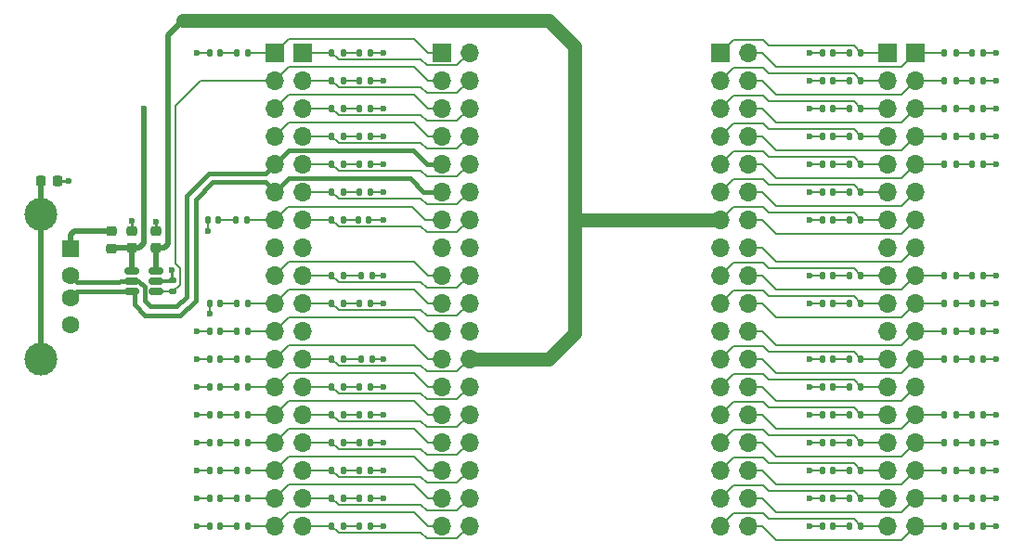
<source format=gbr>
%TF.GenerationSoftware,KiCad,Pcbnew,9.0.0+dfsg-1*%
%TF.CreationDate,2025-04-08T21:11:35-05:00*%
%TF.ProjectId,pocket-bob,706f636b-6574-42d6-926f-622e6b696361,rev?*%
%TF.SameCoordinates,Original*%
%TF.FileFunction,Copper,L1,Top*%
%TF.FilePolarity,Positive*%
%FSLAX46Y46*%
G04 Gerber Fmt 4.6, Leading zero omitted, Abs format (unit mm)*
G04 Created by KiCad (PCBNEW 9.0.0+dfsg-1) date 2025-04-08 21:11:35*
%MOMM*%
%LPD*%
G01*
G04 APERTURE LIST*
G04 Aperture macros list*
%AMRoundRect*
0 Rectangle with rounded corners*
0 $1 Rounding radius*
0 $2 $3 $4 $5 $6 $7 $8 $9 X,Y pos of 4 corners*
0 Add a 4 corners polygon primitive as box body*
4,1,4,$2,$3,$4,$5,$6,$7,$8,$9,$2,$3,0*
0 Add four circle primitives for the rounded corners*
1,1,$1+$1,$2,$3*
1,1,$1+$1,$4,$5*
1,1,$1+$1,$6,$7*
1,1,$1+$1,$8,$9*
0 Add four rect primitives between the rounded corners*
20,1,$1+$1,$2,$3,$4,$5,0*
20,1,$1+$1,$4,$5,$6,$7,0*
20,1,$1+$1,$6,$7,$8,$9,0*
20,1,$1+$1,$8,$9,$2,$3,0*%
G04 Aperture macros list end*
%TA.AperFunction,SMDPad,CuDef*%
%ADD10RoundRect,0.135000X-0.135000X-0.185000X0.135000X-0.185000X0.135000X0.185000X-0.135000X0.185000X0*%
%TD*%
%TA.AperFunction,SMDPad,CuDef*%
%ADD11RoundRect,0.147500X0.147500X0.172500X-0.147500X0.172500X-0.147500X-0.172500X0.147500X-0.172500X0*%
%TD*%
%TA.AperFunction,SMDPad,CuDef*%
%ADD12RoundRect,0.147500X-0.147500X-0.172500X0.147500X-0.172500X0.147500X0.172500X-0.147500X0.172500X0*%
%TD*%
%TA.AperFunction,SMDPad,CuDef*%
%ADD13RoundRect,0.218750X-0.218750X-0.256250X0.218750X-0.256250X0.218750X0.256250X-0.218750X0.256250X0*%
%TD*%
%TA.AperFunction,SMDPad,CuDef*%
%ADD14RoundRect,0.135000X0.135000X0.185000X-0.135000X0.185000X-0.135000X-0.185000X0.135000X-0.185000X0*%
%TD*%
%TA.AperFunction,ComponentPad*%
%ADD15R,1.700000X1.700000*%
%TD*%
%TA.AperFunction,ComponentPad*%
%ADD16O,1.700000X1.700000*%
%TD*%
%TA.AperFunction,SMDPad,CuDef*%
%ADD17RoundRect,0.135000X-0.185000X0.135000X-0.185000X-0.135000X0.185000X-0.135000X0.185000X0.135000X0*%
%TD*%
%TA.AperFunction,ComponentPad*%
%ADD18R,1.500000X1.600000*%
%TD*%
%TA.AperFunction,ComponentPad*%
%ADD19C,1.600000*%
%TD*%
%TA.AperFunction,ComponentPad*%
%ADD20C,3.000000*%
%TD*%
%TA.AperFunction,SMDPad,CuDef*%
%ADD21RoundRect,0.150000X0.512500X0.150000X-0.512500X0.150000X-0.512500X-0.150000X0.512500X-0.150000X0*%
%TD*%
%TA.AperFunction,SMDPad,CuDef*%
%ADD22RoundRect,0.218750X0.256250X-0.218750X0.256250X0.218750X-0.256250X0.218750X-0.256250X-0.218750X0*%
%TD*%
%TA.AperFunction,SMDPad,CuDef*%
%ADD23RoundRect,0.225000X0.250000X-0.225000X0.250000X0.225000X-0.250000X0.225000X-0.250000X-0.225000X0*%
%TD*%
%TA.AperFunction,ViaPad*%
%ADD24C,0.600000*%
%TD*%
%TA.AperFunction,Conductor*%
%ADD25C,0.200000*%
%TD*%
%TA.AperFunction,Conductor*%
%ADD26C,0.508000*%
%TD*%
%TA.AperFunction,Conductor*%
%ADD27C,1.270000*%
%TD*%
%TA.AperFunction,Conductor*%
%ADD28C,0.406400*%
%TD*%
%TA.AperFunction,Conductor*%
%ADD29C,0.254000*%
%TD*%
G04 APERTURE END LIST*
D10*
%TO.P,R24,1*%
%TO.N,Net-(D24-A)*%
X118485000Y-81280000D03*
%TO.P,R24,2*%
%TO.N,/P2_11*%
X119505000Y-81280000D03*
%TD*%
%TO.P,R11,1*%
%TO.N,Net-(D11-A)*%
X62605000Y-93980000D03*
%TO.P,R11,2*%
%TO.N,/P1_21*%
X63625000Y-93980000D03*
%TD*%
%TO.P,R14,1*%
%TO.N,Net-(D14-A)*%
X62605000Y-101600000D03*
%TO.P,R14,2*%
%TO.N,/P1_27*%
X63625000Y-101600000D03*
%TD*%
D11*
%TO.P,D68,1,K*%
%TO.N,GND*%
X130635000Y-101600000D03*
%TO.P,D68,2,A*%
%TO.N,Net-(D68-A)*%
X129665000Y-101600000D03*
%TD*%
%TO.P,D56,1,K*%
%TO.N,GND*%
X130635000Y-71120000D03*
%TO.P,D56,2,A*%
%TO.N,Net-(D56-A)*%
X129665000Y-71120000D03*
%TD*%
D10*
%TO.P,R35,1*%
%TO.N,Net-(D35-A)*%
X118485000Y-109220000D03*
%TO.P,R35,2*%
%TO.N,/P2_33*%
X119505000Y-109220000D03*
%TD*%
D12*
%TO.P,D33,1,K*%
%TO.N,GND*%
X115995000Y-104140000D03*
%TO.P,D33,2,A*%
%TO.N,Net-(D33-A)*%
X116965000Y-104140000D03*
%TD*%
D13*
%TO.P,FB1,1*%
%TO.N,Net-(J7-Shield)*%
X44678500Y-80264000D03*
%TO.P,FB1,2*%
%TO.N,GND*%
X46253500Y-80264000D03*
%TD*%
D14*
%TO.P,R51,1*%
%TO.N,Net-(D51-A)*%
X72265000Y-104140000D03*
%TO.P,R51,2*%
%TO.N,/P1_30*%
X71245000Y-104140000D03*
%TD*%
D12*
%TO.P,D16,1,K*%
%TO.N,GND*%
X60115000Y-106680000D03*
%TO.P,D16,2,A*%
%TO.N,Net-(D16-A)*%
X61085000Y-106680000D03*
%TD*%
%TO.P,D12,1,K*%
%TO.N,GND*%
X60115000Y-96520000D03*
%TO.P,D12,2,A*%
%TO.N,Net-(D12-A)*%
X61085000Y-96520000D03*
%TD*%
D15*
%TO.P,J6,1,Pin_1*%
%TO.N,/VIN*%
X66040000Y-68580000D03*
D16*
%TO.P,J6,2,Pin_2*%
%TO.N,/USB1_DRVVBUS*%
X66040000Y-71120000D03*
%TO.P,J6,3,Pin_3*%
%TO.N,/USB1_VBUS*%
X66040000Y-73660000D03*
%TO.P,J6,4,Pin_4*%
%TO.N,/VIN_USB*%
X66040000Y-76200000D03*
%TO.P,J6,5,Pin_5*%
%TO.N,/USB1_D-*%
X66040000Y-78740000D03*
%TO.P,J6,6,Pin_6*%
%TO.N,/USB1_D+*%
X66040000Y-81280000D03*
%TO.P,J6,7,Pin_7*%
%TO.N,/P1_13*%
X66040000Y-83820000D03*
%TO.P,J6,8,Pin_8*%
%TO.N,GND*%
X66040000Y-86360000D03*
%TO.P,J6,9,Pin_9*%
%TO.N,/AGND*%
X66040000Y-88900000D03*
%TO.P,J6,10,Pin_10*%
%TO.N,/P1_19*%
X66040000Y-91440000D03*
%TO.P,J6,11,Pin_11*%
%TO.N,/P1_21*%
X66040000Y-93980000D03*
%TO.P,J6,12,Pin_12*%
%TO.N,/P1_23*%
X66040000Y-96520000D03*
%TO.P,J6,13,Pin_13*%
%TO.N,/P1_25*%
X66040000Y-99060000D03*
%TO.P,J6,14,Pin_14*%
%TO.N,/P1_27*%
X66040000Y-101600000D03*
%TO.P,J6,15,Pin_15*%
%TO.N,/P1_29*%
X66040000Y-104140000D03*
%TO.P,J6,16,Pin_16*%
%TO.N,/P1_31*%
X66040000Y-106680000D03*
%TO.P,J6,17,Pin_17*%
%TO.N,/P1_33*%
X66040000Y-109220000D03*
%TO.P,J6,18,Pin_18*%
%TO.N,/P1_35*%
X66040000Y-111760000D03*
%TD*%
D11*
%TO.P,D58,1,K*%
%TO.N,GND*%
X130635000Y-76200000D03*
%TO.P,D58,2,A*%
%TO.N,Net-(D58-A)*%
X129665000Y-76200000D03*
%TD*%
D10*
%TO.P,R18,1*%
%TO.N,Net-(D18-A)*%
X62605000Y-111760000D03*
%TO.P,R18,2*%
%TO.N,/P1_35*%
X63625000Y-111760000D03*
%TD*%
D17*
%TO.P,R3,1*%
%TO.N,GND*%
X56743600Y-89357200D03*
%TO.P,R3,2*%
%TO.N,/USB1_DRVVBUS*%
X56743600Y-90377200D03*
%TD*%
D14*
%TO.P,R58,1*%
%TO.N,Net-(D58-A)*%
X128145000Y-76200000D03*
%TO.P,R58,2*%
%TO.N,/P2_8*%
X127125000Y-76200000D03*
%TD*%
D10*
%TO.P,R15,1*%
%TO.N,Net-(D15-A)*%
X62605000Y-104140000D03*
%TO.P,R15,2*%
%TO.N,/P1_29*%
X63625000Y-104140000D03*
%TD*%
%TO.P,R25,1*%
%TO.N,Net-(D25-A)*%
X118485000Y-83820000D03*
%TO.P,R25,2*%
%TO.N,/VOUT*%
X119505000Y-83820000D03*
%TD*%
%TO.P,R13,1*%
%TO.N,Net-(D13-A)*%
X62605000Y-99060000D03*
%TO.P,R13,2*%
%TO.N,/P1_25*%
X63625000Y-99060000D03*
%TD*%
D14*
%TO.P,R70,1*%
%TO.N,Net-(D70-A)*%
X128145000Y-106680000D03*
%TO.P,R70,2*%
%TO.N,/P2_32*%
X127125000Y-106680000D03*
%TD*%
D10*
%TO.P,R20,1*%
%TO.N,Net-(D20-A)*%
X118485000Y-71120000D03*
%TO.P,R20,2*%
%TO.N,/P2_3*%
X119505000Y-71120000D03*
%TD*%
D12*
%TO.P,D22,1,K*%
%TO.N,GND*%
X115995000Y-76200000D03*
%TO.P,D22,2,A*%
%TO.N,Net-(D22-A)*%
X116965000Y-76200000D03*
%TD*%
D11*
%TO.P,D65,1,K*%
%TO.N,GND*%
X130635000Y-93980000D03*
%TO.P,D65,2,A*%
%TO.N,Net-(D65-A)*%
X129665000Y-93980000D03*
%TD*%
D14*
%TO.P,R65,1*%
%TO.N,Net-(D65-A)*%
X128145000Y-93980000D03*
%TO.P,R65,2*%
%TO.N,/P2_22*%
X127125000Y-93980000D03*
%TD*%
D12*
%TO.P,D19,1,K*%
%TO.N,GND*%
X115995000Y-68580000D03*
%TO.P,D19,2,A*%
%TO.N,Net-(D19-A)*%
X116965000Y-68580000D03*
%TD*%
D10*
%TO.P,R17,1*%
%TO.N,Net-(D17-A)*%
X62605000Y-109220000D03*
%TO.P,R17,2*%
%TO.N,/P1_33*%
X63625000Y-109220000D03*
%TD*%
D14*
%TO.P,R57,1*%
%TO.N,Net-(D57-A)*%
X128145000Y-73660000D03*
%TO.P,R57,2*%
%TO.N,/P2_6*%
X127125000Y-73660000D03*
%TD*%
%TO.P,R68,1*%
%TO.N,Net-(D68-A)*%
X128145000Y-101600000D03*
%TO.P,R68,2*%
%TO.N,/P2_28*%
X127125000Y-101600000D03*
%TD*%
D11*
%TO.P,D59,1,K*%
%TO.N,GND*%
X130635000Y-78740000D03*
%TO.P,D59,2,A*%
%TO.N,Net-(D59-A)*%
X129665000Y-78740000D03*
%TD*%
D15*
%TO.P,J3,1,Pin_1*%
%TO.N,/P2_2*%
X124460000Y-68580000D03*
D16*
%TO.P,J3,2,Pin_2*%
%TO.N,/P2_4*%
X124460000Y-71120000D03*
%TO.P,J3,3,Pin_3*%
%TO.N,/P2_6*%
X124460000Y-73660000D03*
%TO.P,J3,4,Pin_4*%
%TO.N,/P2_8*%
X124460000Y-76200000D03*
%TO.P,J3,5,Pin_5*%
%TO.N,/P2_10*%
X124460000Y-78740000D03*
%TO.P,J3,6,Pin_6*%
%TO.N,/PWR_BTN*%
X124460000Y-81280000D03*
%TO.P,J3,7,Pin_7*%
%TO.N,/VIN_BAT*%
X124460000Y-83820000D03*
%TO.P,J3,8,Pin_8*%
%TO.N,/BAT_TEMP*%
X124460000Y-86360000D03*
%TO.P,J3,9,Pin_9*%
%TO.N,/P2_18*%
X124460000Y-88900000D03*
%TO.P,J3,10,Pin_10*%
%TO.N,/P2_20*%
X124460000Y-91440000D03*
%TO.P,J3,11,Pin_11*%
%TO.N,/P2_22*%
X124460000Y-93980000D03*
%TO.P,J3,12,Pin_12*%
%TO.N,/P2_24*%
X124460000Y-96520000D03*
%TO.P,J3,13,Pin_13*%
%TO.N,/RESETn*%
X124460000Y-99060000D03*
%TO.P,J3,14,Pin_14*%
%TO.N,/P2_28*%
X124460000Y-101600000D03*
%TO.P,J3,15,Pin_15*%
%TO.N,/P2_30*%
X124460000Y-104140000D03*
%TO.P,J3,16,Pin_16*%
%TO.N,/P2_32*%
X124460000Y-106680000D03*
%TO.P,J3,17,Pin_17*%
%TO.N,/P2_34*%
X124460000Y-109220000D03*
%TO.P,J3,18,Pin_18*%
%TO.N,/P2_36*%
X124460000Y-111760000D03*
%TD*%
D11*
%TO.P,D42,1,K*%
%TO.N,GND*%
X74755000Y-81280000D03*
%TO.P,D42,2,A*%
%TO.N,Net-(D42-A)*%
X73785000Y-81280000D03*
%TD*%
D10*
%TO.P,R2,1*%
%TO.N,Net-(D2-A)*%
X62480000Y-83820000D03*
%TO.P,R2,2*%
%TO.N,/P1_13*%
X63500000Y-83820000D03*
%TD*%
D11*
%TO.P,D63,1,K*%
%TO.N,GND*%
X130635000Y-88900000D03*
%TO.P,D63,2,A*%
%TO.N,Net-(D63-A)*%
X129665000Y-88900000D03*
%TD*%
D12*
%TO.P,D27,1,K*%
%TO.N,GND*%
X115995000Y-88900000D03*
%TO.P,D27,2,A*%
%TO.N,Net-(D27-A)*%
X116965000Y-88900000D03*
%TD*%
D11*
%TO.P,D51,1,K*%
%TO.N,GND*%
X74755000Y-104140000D03*
%TO.P,D51,2,A*%
%TO.N,Net-(D51-A)*%
X73785000Y-104140000D03*
%TD*%
D10*
%TO.P,R1,1*%
%TO.N,Net-(D1-A)*%
X62605000Y-68580000D03*
%TO.P,R1,2*%
%TO.N,/VIN*%
X63625000Y-68580000D03*
%TD*%
D12*
%TO.P,D21,1,K*%
%TO.N,GND*%
X115995000Y-73660000D03*
%TO.P,D21,2,A*%
%TO.N,Net-(D21-A)*%
X116965000Y-73660000D03*
%TD*%
%TO.P,D31,1,K*%
%TO.N,GND*%
X115995000Y-99060000D03*
%TO.P,D31,2,A*%
%TO.N,Net-(D31-A)*%
X116965000Y-99060000D03*
%TD*%
D18*
%TO.P,J7,1,VBUS*%
%TO.N,Net-(J7-VBUS)*%
X47414000Y-86450000D03*
D19*
%TO.P,J7,2,D-*%
%TO.N,/USB1_D-*%
X47414000Y-88950000D03*
%TO.P,J7,3,D+*%
%TO.N,/USB1_D+*%
X47414000Y-90950000D03*
%TO.P,J7,4,GND*%
%TO.N,GND*%
X47414000Y-93450000D03*
D20*
%TO.P,J7,5,Shield*%
%TO.N,Net-(J7-Shield)*%
X44704000Y-83380000D03*
X44704000Y-96520000D03*
%TD*%
D12*
%TO.P,D13,1,K*%
%TO.N,GND*%
X60115000Y-99060000D03*
%TO.P,D13,2,A*%
%TO.N,Net-(D13-A)*%
X61085000Y-99060000D03*
%TD*%
D11*
%TO.P,D53,1,K*%
%TO.N,GND*%
X74755000Y-109220000D03*
%TO.P,D53,2,A*%
%TO.N,Net-(D53-A)*%
X73785000Y-109220000D03*
%TD*%
%TO.P,D45,1,K*%
%TO.N,GND*%
X74905000Y-88900000D03*
%TO.P,D45,2,A*%
%TO.N,Net-(D45-A)*%
X73935000Y-88900000D03*
%TD*%
D12*
%TO.P,D25,1,K*%
%TO.N,GND*%
X115995000Y-83820000D03*
%TO.P,D25,2,A*%
%TO.N,Net-(D25-A)*%
X116965000Y-83820000D03*
%TD*%
D10*
%TO.P,R19,1*%
%TO.N,Net-(D19-A)*%
X118485000Y-68580000D03*
%TO.P,R19,2*%
%TO.N,/P2_1*%
X119505000Y-68580000D03*
%TD*%
D14*
%TO.P,R52,1*%
%TO.N,Net-(D52-A)*%
X72265000Y-106680000D03*
%TO.P,R52,2*%
%TO.N,/P1_32*%
X71245000Y-106680000D03*
%TD*%
%TO.P,R42,1*%
%TO.N,Net-(D42-A)*%
X72265000Y-81280000D03*
%TO.P,R42,2*%
%TO.N,/P1_12*%
X71245000Y-81280000D03*
%TD*%
D11*
%TO.P,D46,1,K*%
%TO.N,GND*%
X74755000Y-91440000D03*
%TO.P,D46,2,A*%
%TO.N,Net-(D46-A)*%
X73785000Y-91440000D03*
%TD*%
D12*
%TO.P,D34,1,K*%
%TO.N,GND*%
X115995000Y-106680000D03*
%TO.P,D34,2,A*%
%TO.N,Net-(D34-A)*%
X116965000Y-106680000D03*
%TD*%
D11*
%TO.P,D49,1,K*%
%TO.N,GND*%
X74755000Y-99060000D03*
%TO.P,D49,2,A*%
%TO.N,Net-(D49-A)*%
X73785000Y-99060000D03*
%TD*%
D14*
%TO.P,R43,1*%
%TO.N,Net-(D43-A)*%
X72265000Y-83820000D03*
%TO.P,R43,2*%
%TO.N,/3P3V*%
X71245000Y-83820000D03*
%TD*%
%TO.P,R72,1*%
%TO.N,Net-(D72-A)*%
X128145000Y-111760000D03*
%TO.P,R72,2*%
%TO.N,/P2_36*%
X127125000Y-111760000D03*
%TD*%
D12*
%TO.P,D36,1,K*%
%TO.N,GND*%
X115995000Y-111760000D03*
%TO.P,D36,2,A*%
%TO.N,Net-(D36-A)*%
X116965000Y-111760000D03*
%TD*%
D14*
%TO.P,R59,1*%
%TO.N,Net-(D59-A)*%
X128145000Y-78740000D03*
%TO.P,R59,2*%
%TO.N,/P2_10*%
X127125000Y-78740000D03*
%TD*%
D12*
%TO.P,D18,1,K*%
%TO.N,GND*%
X60115000Y-111760000D03*
%TO.P,D18,2,A*%
%TO.N,Net-(D18-A)*%
X61085000Y-111760000D03*
%TD*%
D10*
%TO.P,R23,1*%
%TO.N,Net-(D23-A)*%
X118485000Y-78740000D03*
%TO.P,R23,2*%
%TO.N,/P2_9*%
X119505000Y-78740000D03*
%TD*%
D14*
%TO.P,R56,1*%
%TO.N,Net-(D56-A)*%
X128145000Y-71120000D03*
%TO.P,R56,2*%
%TO.N,/P2_4*%
X127125000Y-71120000D03*
%TD*%
%TO.P,R38,1*%
%TO.N,Net-(D38-A)*%
X72265000Y-71120000D03*
%TO.P,R38,2*%
%TO.N,/P1_4*%
X71245000Y-71120000D03*
%TD*%
D11*
%TO.P,D54,1,K*%
%TO.N,GND*%
X74755000Y-111760000D03*
%TO.P,D54,2,A*%
%TO.N,Net-(D54-A)*%
X73785000Y-111760000D03*
%TD*%
%TO.P,D66,1,K*%
%TO.N,GND*%
X130635000Y-96520000D03*
%TO.P,D66,2,A*%
%TO.N,Net-(D66-A)*%
X129665000Y-96520000D03*
%TD*%
D10*
%TO.P,R10,1*%
%TO.N,Net-(D10-A)*%
X62605000Y-91440000D03*
%TO.P,R10,2*%
%TO.N,/P1_19*%
X63625000Y-91440000D03*
%TD*%
D14*
%TO.P,R71,1*%
%TO.N,Net-(D71-A)*%
X128145000Y-109220000D03*
%TO.P,R71,2*%
%TO.N,/P2_34*%
X127125000Y-109220000D03*
%TD*%
D12*
%TO.P,D20,1,K*%
%TO.N,GND*%
X115995000Y-71120000D03*
%TO.P,D20,2,A*%
%TO.N,Net-(D20-A)*%
X116965000Y-71120000D03*
%TD*%
D14*
%TO.P,R54,1*%
%TO.N,Net-(D54-A)*%
X72265000Y-111760000D03*
%TO.P,R54,2*%
%TO.N,/P1_36*%
X71245000Y-111760000D03*
%TD*%
%TO.P,R63,1*%
%TO.N,Net-(D63-A)*%
X128145000Y-88900000D03*
%TO.P,R63,2*%
%TO.N,/P2_18*%
X127125000Y-88900000D03*
%TD*%
D11*
%TO.P,D48,1,K*%
%TO.N,GND*%
X74905000Y-96520000D03*
%TO.P,D48,2,A*%
%TO.N,Net-(D48-A)*%
X73935000Y-96520000D03*
%TD*%
%TO.P,D71,1,K*%
%TO.N,GND*%
X130635000Y-109220000D03*
%TO.P,D71,2,A*%
%TO.N,Net-(D71-A)*%
X129665000Y-109220000D03*
%TD*%
%TO.P,D50,1,K*%
%TO.N,GND*%
X74755000Y-101600000D03*
%TO.P,D50,2,A*%
%TO.N,Net-(D50-A)*%
X73785000Y-101600000D03*
%TD*%
%TO.P,D37,1,K*%
%TO.N,GND*%
X74755000Y-68580000D03*
%TO.P,D37,2,A*%
%TO.N,Net-(D37-A)*%
X73785000Y-68580000D03*
%TD*%
D12*
%TO.P,D28,1,K*%
%TO.N,GND*%
X115995000Y-91440000D03*
%TO.P,D28,2,A*%
%TO.N,Net-(D28-A)*%
X116965000Y-91440000D03*
%TD*%
%TO.P,D1,1,K*%
%TO.N,GND*%
X60115000Y-68580000D03*
%TO.P,D1,2,A*%
%TO.N,Net-(D1-A)*%
X61085000Y-68580000D03*
%TD*%
D10*
%TO.P,R12,1*%
%TO.N,Net-(D12-A)*%
X62605000Y-96520000D03*
%TO.P,R12,2*%
%TO.N,/P1_23*%
X63625000Y-96520000D03*
%TD*%
D12*
%TO.P,D15,1,K*%
%TO.N,GND*%
X60115000Y-104140000D03*
%TO.P,D15,2,A*%
%TO.N,Net-(D15-A)*%
X61085000Y-104140000D03*
%TD*%
D11*
%TO.P,D69,1,K*%
%TO.N,GND*%
X130635000Y-104140000D03*
%TO.P,D69,2,A*%
%TO.N,Net-(D69-A)*%
X129665000Y-104140000D03*
%TD*%
D10*
%TO.P,R36,1*%
%TO.N,Net-(D36-A)*%
X118485000Y-111760000D03*
%TO.P,R36,2*%
%TO.N,/P2_35*%
X119505000Y-111760000D03*
%TD*%
D12*
%TO.P,D14,1,K*%
%TO.N,GND*%
X60115000Y-101600000D03*
%TO.P,D14,2,A*%
%TO.N,Net-(D14-A)*%
X61085000Y-101600000D03*
%TD*%
D14*
%TO.P,R41,1*%
%TO.N,Net-(D41-A)*%
X72265000Y-78740000D03*
%TO.P,R41,2*%
%TO.N,/P1_10*%
X71245000Y-78740000D03*
%TD*%
D11*
%TO.P,D40,1,K*%
%TO.N,GND*%
X74755000Y-76200000D03*
%TO.P,D40,2,A*%
%TO.N,Net-(D40-A)*%
X73785000Y-76200000D03*
%TD*%
D15*
%TO.P,J5,1,Pin_1*%
%TO.N,/P1_2*%
X68580000Y-68580000D03*
D16*
%TO.P,J5,2,Pin_2*%
%TO.N,/P1_4*%
X68580000Y-71120000D03*
%TO.P,J5,3,Pin_3*%
%TO.N,/P1_6*%
X68580000Y-73660000D03*
%TO.P,J5,4,Pin_4*%
%TO.N,/P1_8*%
X68580000Y-76200000D03*
%TO.P,J5,5,Pin_5*%
%TO.N,/P1_10*%
X68580000Y-78740000D03*
%TO.P,J5,6,Pin_6*%
%TO.N,/P1_12*%
X68580000Y-81280000D03*
%TO.P,J5,7,Pin_7*%
%TO.N,/3P3V*%
X68580000Y-83820000D03*
%TO.P,J5,8,Pin_8*%
%TO.N,GND*%
X68580000Y-86360000D03*
%TO.P,J5,9,Pin_9*%
%TO.N,/ADC_VREF*%
X68580000Y-88900000D03*
%TO.P,J5,10,Pin_10*%
%TO.N,/P1_20*%
X68580000Y-91440000D03*
%TO.P,J5,11,Pin_11*%
%TO.N,GND*%
X68580000Y-93980000D03*
%TO.P,J5,12,Pin_12*%
%TO.N,/VOUT*%
X68580000Y-96520000D03*
%TO.P,J5,13,Pin_13*%
%TO.N,/P1_26*%
X68580000Y-99060000D03*
%TO.P,J5,14,Pin_14*%
%TO.N,/P1_28*%
X68580000Y-101600000D03*
%TO.P,J5,15,Pin_15*%
%TO.N,/P1_30*%
X68580000Y-104140000D03*
%TO.P,J5,16,Pin_16*%
%TO.N,/P1_32*%
X68580000Y-106680000D03*
%TO.P,J5,17,Pin_17*%
%TO.N,/P1_34*%
X68580000Y-109220000D03*
%TO.P,J5,18,Pin_18*%
%TO.N,/P1_36*%
X68580000Y-111760000D03*
%TD*%
D14*
%TO.P,R37,1*%
%TO.N,Net-(D37-A)*%
X72265000Y-68580000D03*
%TO.P,R37,2*%
%TO.N,/P1_2*%
X71245000Y-68580000D03*
%TD*%
%TO.P,R39,1*%
%TO.N,Net-(D39-A)*%
X72265000Y-73660000D03*
%TO.P,R39,2*%
%TO.N,/P1_6*%
X71245000Y-73660000D03*
%TD*%
%TO.P,R53,1*%
%TO.N,Net-(D53-A)*%
X72265000Y-109220000D03*
%TO.P,R53,2*%
%TO.N,/P1_34*%
X71245000Y-109220000D03*
%TD*%
D12*
%TO.P,D11,1,K*%
%TO.N,GND*%
X60115000Y-93980000D03*
%TO.P,D11,2,A*%
%TO.N,Net-(D11-A)*%
X61085000Y-93980000D03*
%TD*%
D10*
%TO.P,R34,1*%
%TO.N,Net-(D34-A)*%
X118485000Y-106680000D03*
%TO.P,R34,2*%
%TO.N,/P2_31*%
X119505000Y-106680000D03*
%TD*%
D11*
%TO.P,D43,1,K*%
%TO.N,GND*%
X74630000Y-83820000D03*
%TO.P,D43,2,A*%
%TO.N,Net-(D43-A)*%
X73660000Y-83820000D03*
%TD*%
D14*
%TO.P,R49,1*%
%TO.N,Net-(D49-A)*%
X72265000Y-99060000D03*
%TO.P,R49,2*%
%TO.N,/P1_26*%
X71245000Y-99060000D03*
%TD*%
D10*
%TO.P,R22,1*%
%TO.N,Net-(D22-A)*%
X118485000Y-76200000D03*
%TO.P,R22,2*%
%TO.N,/UART_TX*%
X119505000Y-76200000D03*
%TD*%
D14*
%TO.P,R55,1*%
%TO.N,Net-(D55-A)*%
X128145000Y-68580000D03*
%TO.P,R55,2*%
%TO.N,/P2_2*%
X127125000Y-68580000D03*
%TD*%
D15*
%TO.P,J4,1,Pin_1*%
%TO.N,/P2_1*%
X121920000Y-68580000D03*
D16*
%TO.P,J4,2,Pin_2*%
%TO.N,/P2_3*%
X121920000Y-71120000D03*
%TO.P,J4,3,Pin_3*%
%TO.N,/UART_RX*%
X121920000Y-73660000D03*
%TO.P,J4,4,Pin_4*%
%TO.N,/UART_TX*%
X121920000Y-76200000D03*
%TO.P,J4,5,Pin_5*%
%TO.N,/P2_9*%
X121920000Y-78740000D03*
%TO.P,J4,6,Pin_6*%
%TO.N,/P2_11*%
X121920000Y-81280000D03*
%TO.P,J4,7,Pin_7*%
%TO.N,/VOUT*%
X121920000Y-83820000D03*
%TO.P,J4,8,Pin_8*%
%TO.N,GND*%
X121920000Y-86360000D03*
%TO.P,J4,9,Pin_9*%
%TO.N,/P2_17*%
X121920000Y-88900000D03*
%TO.P,J4,10,Pin_10*%
%TO.N,/P2_19*%
X121920000Y-91440000D03*
%TO.P,J4,11,Pin_11*%
%TO.N,GND*%
X121920000Y-93980000D03*
%TO.P,J4,12,Pin_12*%
%TO.N,/3P3V_1*%
X121920000Y-96520000D03*
%TO.P,J4,13,Pin_13*%
%TO.N,/P2_25*%
X121920000Y-99060000D03*
%TO.P,J4,14,Pin_14*%
%TO.N,/P2_27*%
X121920000Y-101600000D03*
%TO.P,J4,15,Pin_15*%
%TO.N,/P2_29*%
X121920000Y-104140000D03*
%TO.P,J4,16,Pin_16*%
%TO.N,/P2_31*%
X121920000Y-106680000D03*
%TO.P,J4,17,Pin_17*%
%TO.N,/P2_33*%
X121920000Y-109220000D03*
%TO.P,J4,18,Pin_18*%
%TO.N,/P2_35*%
X121920000Y-111760000D03*
%TD*%
D21*
%TO.P,U1,1,EN*%
%TO.N,/USB1_DRVVBUS*%
X55239500Y-90372100D03*
%TO.P,U1,2,GND*%
%TO.N,GND*%
X55239500Y-89422100D03*
%TO.P,U1,3,IN*%
%TO.N,/VOUT*%
X55239500Y-88472100D03*
%TO.P,U1,4,OUT*%
%TO.N,/USB1_VBUS*%
X52964500Y-88472100D03*
%TO.P,U1,5,D1*%
%TO.N,/USB1_D-*%
X52964500Y-89422100D03*
%TO.P,U1,6,D2*%
%TO.N,/USB1_D+*%
X52964500Y-90372100D03*
%TD*%
D10*
%TO.P,R32,1*%
%TO.N,Net-(D32-A)*%
X118485000Y-101600000D03*
%TO.P,R32,2*%
%TO.N,/P2_27*%
X119505000Y-101600000D03*
%TD*%
D14*
%TO.P,R48,1*%
%TO.N,Net-(D48-A)*%
X72265000Y-96520000D03*
%TO.P,R48,2*%
%TO.N,/VOUT*%
X71245000Y-96520000D03*
%TD*%
%TO.P,R45,1*%
%TO.N,Net-(D45-A)*%
X72265000Y-88900000D03*
%TO.P,R45,2*%
%TO.N,/ADC_VREF*%
X71245000Y-88900000D03*
%TD*%
D11*
%TO.P,D57,1,K*%
%TO.N,GND*%
X130635000Y-73660000D03*
%TO.P,D57,2,A*%
%TO.N,Net-(D57-A)*%
X129665000Y-73660000D03*
%TD*%
D14*
%TO.P,R69,1*%
%TO.N,Net-(D69-A)*%
X128145000Y-104140000D03*
%TO.P,R69,2*%
%TO.N,/P2_30*%
X127125000Y-104140000D03*
%TD*%
D10*
%TO.P,R27,1*%
%TO.N,Net-(D27-A)*%
X118485000Y-88900000D03*
%TO.P,R27,2*%
%TO.N,/P2_17*%
X119505000Y-88900000D03*
%TD*%
D12*
%TO.P,D35,1,K*%
%TO.N,GND*%
X115995000Y-109220000D03*
%TO.P,D35,2,A*%
%TO.N,Net-(D35-A)*%
X116965000Y-109220000D03*
%TD*%
D11*
%TO.P,D64,1,K*%
%TO.N,GND*%
X130635000Y-91440000D03*
%TO.P,D64,2,A*%
%TO.N,Net-(D64-A)*%
X129665000Y-91440000D03*
%TD*%
D14*
%TO.P,R66,1*%
%TO.N,Net-(D66-A)*%
X128145000Y-96520000D03*
%TO.P,R66,2*%
%TO.N,/P2_24*%
X127125000Y-96520000D03*
%TD*%
D12*
%TO.P,D10,1,K*%
%TO.N,GND*%
X60115000Y-91440000D03*
%TO.P,D10,2,A*%
%TO.N,Net-(D10-A)*%
X61085000Y-91440000D03*
%TD*%
D14*
%TO.P,R40,1*%
%TO.N,Net-(D40-A)*%
X72265000Y-76200000D03*
%TO.P,R40,2*%
%TO.N,/P1_8*%
X71245000Y-76200000D03*
%TD*%
D22*
%TO.P,FB2,1*%
%TO.N,/USB1_VBUS*%
X51130200Y-86436300D03*
%TO.P,FB2,2*%
%TO.N,Net-(J7-VBUS)*%
X51130200Y-84861300D03*
%TD*%
D12*
%TO.P,D32,1,K*%
%TO.N,GND*%
X115995000Y-101600000D03*
%TO.P,D32,2,A*%
%TO.N,Net-(D32-A)*%
X116965000Y-101600000D03*
%TD*%
D23*
%TO.P,C1,1*%
%TO.N,/VOUT*%
X55219600Y-86423800D03*
%TO.P,C1,2*%
%TO.N,GND*%
X55219600Y-84873800D03*
%TD*%
D15*
%TO.P,P2,1,Pin_1*%
%TO.N,/P2_1*%
X106680000Y-68580000D03*
D16*
%TO.P,P2,2,Pin_2*%
%TO.N,/P2_2*%
X109220000Y-68580000D03*
%TO.P,P2,3,Pin_3*%
%TO.N,/P2_3*%
X106680000Y-71120000D03*
%TO.P,P2,4,Pin_4*%
%TO.N,/P2_4*%
X109220000Y-71120000D03*
%TO.P,P2,5,Pin_5*%
%TO.N,/UART_RX*%
X106680000Y-73660000D03*
%TO.P,P2,6,Pin_6*%
%TO.N,/P2_6*%
X109220000Y-73660000D03*
%TO.P,P2,7,Pin_7*%
%TO.N,/UART_TX*%
X106680000Y-76200000D03*
%TO.P,P2,8,Pin_8*%
%TO.N,/P2_8*%
X109220000Y-76200000D03*
%TO.P,P2,9,Pin_9*%
%TO.N,/P2_9*%
X106680000Y-78740000D03*
%TO.P,P2,10,Pin_10*%
%TO.N,/P2_10*%
X109220000Y-78740000D03*
%TO.P,P2,11,Pin_11*%
%TO.N,/P2_11*%
X106680000Y-81280000D03*
%TO.P,P2,12,Pin_12*%
%TO.N,/PWR_BTN*%
X109220000Y-81280000D03*
%TO.P,P2,13,Pin_13*%
%TO.N,/VOUT*%
X106680000Y-83820000D03*
%TO.P,P2,14,Pin_14*%
%TO.N,/VIN_BAT*%
X109220000Y-83820000D03*
%TO.P,P2,15,Pin_15*%
%TO.N,GND*%
X106680000Y-86360000D03*
%TO.P,P2,16,Pin_16*%
%TO.N,/BAT_TEMP*%
X109220000Y-86360000D03*
%TO.P,P2,17,Pin_17*%
%TO.N,/P2_17*%
X106680000Y-88900000D03*
%TO.P,P2,18,Pin_18*%
%TO.N,/P2_18*%
X109220000Y-88900000D03*
%TO.P,P2,19,Pin_19*%
%TO.N,/P2_19*%
X106680000Y-91440000D03*
%TO.P,P2,20,Pin_20*%
%TO.N,/P2_20*%
X109220000Y-91440000D03*
%TO.P,P2,21,Pin_21*%
%TO.N,GND*%
X106680000Y-93980000D03*
%TO.P,P2,22,Pin_22*%
%TO.N,/P2_22*%
X109220000Y-93980000D03*
%TO.P,P2,23,Pin_23*%
%TO.N,/3P3V_1*%
X106680000Y-96520000D03*
%TO.P,P2,24,Pin_24*%
%TO.N,/P2_24*%
X109220000Y-96520000D03*
%TO.P,P2,25,Pin_25*%
%TO.N,/P2_25*%
X106680000Y-99060000D03*
%TO.P,P2,26,Pin_26*%
%TO.N,/RESETn*%
X109220000Y-99060000D03*
%TO.P,P2,27,Pin_27*%
%TO.N,/P2_27*%
X106680000Y-101600000D03*
%TO.P,P2,28,Pin_28*%
%TO.N,/P2_28*%
X109220000Y-101600000D03*
%TO.P,P2,29,Pin_29*%
%TO.N,/P2_29*%
X106680000Y-104140000D03*
%TO.P,P2,30,Pin_30*%
%TO.N,/P2_30*%
X109220000Y-104140000D03*
%TO.P,P2,31,Pin_31*%
%TO.N,/P2_31*%
X106680000Y-106680000D03*
%TO.P,P2,32,Pin_32*%
%TO.N,/P2_32*%
X109220000Y-106680000D03*
%TO.P,P2,33,Pin_33*%
%TO.N,/P2_33*%
X106680000Y-109220000D03*
%TO.P,P2,34,Pin_34*%
%TO.N,/P2_34*%
X109220000Y-109220000D03*
%TO.P,P2,35,Pin_35*%
%TO.N,/P2_35*%
X106680000Y-111760000D03*
%TO.P,P2,36,Pin_36*%
%TO.N,/P2_36*%
X109220000Y-111760000D03*
%TD*%
D11*
%TO.P,D52,1,K*%
%TO.N,GND*%
X74755000Y-106680000D03*
%TO.P,D52,2,A*%
%TO.N,Net-(D52-A)*%
X73785000Y-106680000D03*
%TD*%
D14*
%TO.P,R46,1*%
%TO.N,Net-(D46-A)*%
X72265000Y-91440000D03*
%TO.P,R46,2*%
%TO.N,/P1_20*%
X71245000Y-91440000D03*
%TD*%
D10*
%TO.P,R21,1*%
%TO.N,Net-(D21-A)*%
X118485000Y-73660000D03*
%TO.P,R21,2*%
%TO.N,/UART_RX*%
X119505000Y-73660000D03*
%TD*%
%TO.P,R28,1*%
%TO.N,Net-(D28-A)*%
X118485000Y-91440000D03*
%TO.P,R28,2*%
%TO.N,/P2_19*%
X119505000Y-91440000D03*
%TD*%
D15*
%TO.P,P1,1,Pin_1*%
%TO.N,/VIN*%
X81280000Y-68580000D03*
D16*
%TO.P,P1,2,Pin_2*%
%TO.N,/P1_2*%
X83820000Y-68580000D03*
%TO.P,P1,3,Pin_3*%
%TO.N,/USB1_DRVVBUS*%
X81280000Y-71120000D03*
%TO.P,P1,4,Pin_4*%
%TO.N,/P1_4*%
X83820000Y-71120000D03*
%TO.P,P1,5,Pin_5*%
%TO.N,/USB1_VBUS*%
X81280000Y-73660000D03*
%TO.P,P1,6,Pin_6*%
%TO.N,/P1_6*%
X83820000Y-73660000D03*
%TO.P,P1,7,Pin_7*%
%TO.N,/VIN_USB*%
X81280000Y-76200000D03*
%TO.P,P1,8,Pin_8*%
%TO.N,/P1_8*%
X83820000Y-76200000D03*
%TO.P,P1,9,Pin_9*%
%TO.N,/USB1_D-*%
X81280000Y-78740000D03*
%TO.P,P1,10,Pin_10*%
%TO.N,/P1_10*%
X83820000Y-78740000D03*
%TO.P,P1,11,Pin_11*%
%TO.N,/USB1_D+*%
X81280000Y-81280000D03*
%TO.P,P1,12,Pin_12*%
%TO.N,/P1_12*%
X83820000Y-81280000D03*
%TO.P,P1,13,Pin_13*%
%TO.N,/P1_13*%
X81280000Y-83820000D03*
%TO.P,P1,14,Pin_14*%
%TO.N,/3P3V*%
X83820000Y-83820000D03*
%TO.P,P1,15,Pin_15*%
%TO.N,GND*%
X81280000Y-86360000D03*
%TO.P,P1,16,Pin_16*%
X83820000Y-86360000D03*
%TO.P,P1,17,Pin_17*%
%TO.N,/AGND*%
X81280000Y-88900000D03*
%TO.P,P1,18,Pin_18*%
%TO.N,/ADC_VREF*%
X83820000Y-88900000D03*
%TO.P,P1,19,Pin_19*%
%TO.N,/P1_19*%
X81280000Y-91440000D03*
%TO.P,P1,20,Pin_20*%
%TO.N,/P1_20*%
X83820000Y-91440000D03*
%TO.P,P1,21,Pin_21*%
%TO.N,/P1_21*%
X81280000Y-93980000D03*
%TO.P,P1,22,Pin_22*%
%TO.N,GND*%
X83820000Y-93980000D03*
%TO.P,P1,23,Pin_23*%
%TO.N,/P1_23*%
X81280000Y-96520000D03*
%TO.P,P1,24,Pin_24*%
%TO.N,/VOUT*%
X83820000Y-96520000D03*
%TO.P,P1,25,Pin_25*%
%TO.N,/P1_25*%
X81280000Y-99060000D03*
%TO.P,P1,26,Pin_26*%
%TO.N,/P1_26*%
X83820000Y-99060000D03*
%TO.P,P1,27,Pin_27*%
%TO.N,/P1_27*%
X81280000Y-101600000D03*
%TO.P,P1,28,Pin_28*%
%TO.N,/P1_28*%
X83820000Y-101600000D03*
%TO.P,P1,29,Pin_29*%
%TO.N,/P1_29*%
X81280000Y-104140000D03*
%TO.P,P1,30,Pin_30*%
%TO.N,/P1_30*%
X83820000Y-104140000D03*
%TO.P,P1,31,Pin_31*%
%TO.N,/P1_31*%
X81280000Y-106680000D03*
%TO.P,P1,32,Pin_32*%
%TO.N,/P1_32*%
X83820000Y-106680000D03*
%TO.P,P1,33,Pin_33*%
%TO.N,/P1_33*%
X81280000Y-109220000D03*
%TO.P,P1,34,Pin_34*%
%TO.N,/P1_34*%
X83820000Y-109220000D03*
%TO.P,P1,35,Pin_35*%
%TO.N,/P1_35*%
X81280000Y-111760000D03*
%TO.P,P1,36,Pin_36*%
%TO.N,/P1_36*%
X83820000Y-111760000D03*
%TD*%
D12*
%TO.P,D24,1,K*%
%TO.N,GND*%
X115995000Y-81280000D03*
%TO.P,D24,2,A*%
%TO.N,Net-(D24-A)*%
X116965000Y-81280000D03*
%TD*%
D11*
%TO.P,D38,1,K*%
%TO.N,GND*%
X74755000Y-71120000D03*
%TO.P,D38,2,A*%
%TO.N,Net-(D38-A)*%
X73785000Y-71120000D03*
%TD*%
D12*
%TO.P,D17,1,K*%
%TO.N,GND*%
X60115000Y-109220000D03*
%TO.P,D17,2,A*%
%TO.N,Net-(D17-A)*%
X61085000Y-109220000D03*
%TD*%
D11*
%TO.P,D72,1,K*%
%TO.N,GND*%
X130635000Y-111760000D03*
%TO.P,D72,2,A*%
%TO.N,Net-(D72-A)*%
X129665000Y-111760000D03*
%TD*%
D14*
%TO.P,R64,1*%
%TO.N,Net-(D64-A)*%
X128145000Y-91440000D03*
%TO.P,R64,2*%
%TO.N,/P2_20*%
X127125000Y-91440000D03*
%TD*%
D12*
%TO.P,D23,1,K*%
%TO.N,GND*%
X115995000Y-78740000D03*
%TO.P,D23,2,A*%
%TO.N,Net-(D23-A)*%
X116965000Y-78740000D03*
%TD*%
%TO.P,D2,1,K*%
%TO.N,GND*%
X59944000Y-83820000D03*
%TO.P,D2,2,A*%
%TO.N,Net-(D2-A)*%
X60914000Y-83820000D03*
%TD*%
D23*
%TO.P,C2,1*%
%TO.N,/USB1_VBUS*%
X52984400Y-86423800D03*
%TO.P,C2,2*%
%TO.N,GND*%
X52984400Y-84873800D03*
%TD*%
D11*
%TO.P,D41,1,K*%
%TO.N,GND*%
X74755000Y-78740000D03*
%TO.P,D41,2,A*%
%TO.N,Net-(D41-A)*%
X73785000Y-78740000D03*
%TD*%
D10*
%TO.P,R30,1*%
%TO.N,Net-(D30-A)*%
X118485000Y-96520000D03*
%TO.P,R30,2*%
%TO.N,/3P3V_1*%
X119505000Y-96520000D03*
%TD*%
D11*
%TO.P,D70,1,K*%
%TO.N,GND*%
X130635000Y-106680000D03*
%TO.P,D70,2,A*%
%TO.N,Net-(D70-A)*%
X129665000Y-106680000D03*
%TD*%
D10*
%TO.P,R33,1*%
%TO.N,Net-(D33-A)*%
X118485000Y-104140000D03*
%TO.P,R33,2*%
%TO.N,/P2_29*%
X119505000Y-104140000D03*
%TD*%
D12*
%TO.P,D30,1,K*%
%TO.N,GND*%
X115995000Y-96520000D03*
%TO.P,D30,2,A*%
%TO.N,Net-(D30-A)*%
X116965000Y-96520000D03*
%TD*%
D14*
%TO.P,R50,1*%
%TO.N,Net-(D50-A)*%
X72265000Y-101600000D03*
%TO.P,R50,2*%
%TO.N,/P1_28*%
X71245000Y-101600000D03*
%TD*%
D11*
%TO.P,D55,1,K*%
%TO.N,GND*%
X130635000Y-68580000D03*
%TO.P,D55,2,A*%
%TO.N,Net-(D55-A)*%
X129665000Y-68580000D03*
%TD*%
D10*
%TO.P,R31,1*%
%TO.N,Net-(D31-A)*%
X118485000Y-99060000D03*
%TO.P,R31,2*%
%TO.N,/P2_25*%
X119505000Y-99060000D03*
%TD*%
%TO.P,R16,1*%
%TO.N,Net-(D16-A)*%
X62605000Y-106680000D03*
%TO.P,R16,2*%
%TO.N,/P1_31*%
X63625000Y-106680000D03*
%TD*%
D11*
%TO.P,D39,1,K*%
%TO.N,GND*%
X74755000Y-73660000D03*
%TO.P,D39,2,A*%
%TO.N,Net-(D39-A)*%
X73785000Y-73660000D03*
%TD*%
D24*
%TO.N,/USB1_VBUS*%
X54076600Y-73660000D03*
%TO.N,GND*%
X75946000Y-109220000D03*
X58928000Y-68580000D03*
X58928000Y-96520000D03*
X114808000Y-83820000D03*
X131826000Y-104140000D03*
X75946000Y-99060000D03*
X60115000Y-92373000D03*
X114808000Y-99060000D03*
X75946000Y-71120000D03*
X131826000Y-91440000D03*
X114808000Y-104140000D03*
X114808000Y-106680000D03*
X58928000Y-109220000D03*
X75946000Y-111760000D03*
X131826000Y-111760000D03*
X114808000Y-101600000D03*
X131826000Y-68580000D03*
X58928000Y-99060000D03*
X114808000Y-81280000D03*
X75946000Y-81280000D03*
X47244000Y-80264000D03*
X75946000Y-83820000D03*
X114808000Y-71120000D03*
X55219600Y-84023200D03*
X114808000Y-78740000D03*
X131826000Y-109220000D03*
X75946000Y-104140000D03*
X131826000Y-78740000D03*
X131826000Y-71120000D03*
X114808000Y-111760000D03*
X52984400Y-83972400D03*
X131826000Y-93980000D03*
X131826000Y-73660000D03*
X114808000Y-73660000D03*
X131826000Y-96520000D03*
X75946000Y-91440000D03*
X75946000Y-68580000D03*
X114808000Y-76200000D03*
X58928000Y-104140000D03*
X114808000Y-96520000D03*
X58928000Y-101600000D03*
X59944000Y-84836000D03*
X131826000Y-88900000D03*
X75946000Y-73660000D03*
X58928000Y-111760000D03*
X58928000Y-93980000D03*
X75946000Y-101600000D03*
X114808000Y-68580000D03*
X75946000Y-88900000D03*
X114808000Y-109220000D03*
X75946000Y-76200000D03*
X131826000Y-101600000D03*
X75946000Y-78740000D03*
X131826000Y-106680000D03*
X58928000Y-106680000D03*
X131826000Y-76200000D03*
X56642000Y-88392000D03*
X75946000Y-106680000D03*
X114808000Y-88900000D03*
X75946000Y-96520000D03*
X114808000Y-91440000D03*
%TD*%
D25*
%TO.N,/ADC_VREF*%
X71880000Y-89535000D02*
X79375000Y-89535000D01*
X82670000Y-90050000D02*
X83820000Y-88900000D01*
X79890000Y-90050000D02*
X82670000Y-90050000D01*
X68580000Y-88900000D02*
X71245000Y-88900000D01*
X79375000Y-89535000D02*
X79890000Y-90050000D01*
X71245000Y-88900000D02*
X71880000Y-89535000D01*
D26*
%TO.N,/USB1_VBUS*%
X54076600Y-73660000D02*
X54102000Y-73685400D01*
D25*
X66040000Y-73660000D02*
X67310000Y-72390000D01*
X78740000Y-72390000D02*
X80010000Y-73660000D01*
D26*
X52984400Y-86423800D02*
X52984400Y-88452200D01*
X54102000Y-85979000D02*
X53657200Y-86423800D01*
D25*
X80010000Y-73660000D02*
X81280000Y-73660000D01*
D26*
X51142700Y-86423800D02*
X51130200Y-86436300D01*
X52984400Y-86423800D02*
X51142700Y-86423800D01*
D25*
X67310000Y-72390000D02*
X78740000Y-72390000D01*
D26*
X52984400Y-88452200D02*
X52964500Y-88472100D01*
X53657200Y-86423800D02*
X52984400Y-86423800D01*
X54102000Y-73685400D02*
X54102000Y-85979000D01*
D25*
%TO.N,/P1_12*%
X71880000Y-81915000D02*
X79375000Y-81915000D01*
X79890000Y-82430000D02*
X82670000Y-82430000D01*
X79375000Y-81915000D02*
X79890000Y-82430000D01*
X71245000Y-81280000D02*
X71880000Y-81915000D01*
X68580000Y-81280000D02*
X71245000Y-81280000D01*
X82670000Y-82430000D02*
X83820000Y-81280000D01*
D26*
%TO.N,Net-(J7-Shield)*%
X44704000Y-96520000D02*
X44704000Y-83380000D01*
X44704000Y-83380000D02*
X44704000Y-80289500D01*
X44704000Y-80289500D02*
X44678500Y-80264000D01*
D25*
%TO.N,/VIN*%
X66040000Y-68580000D02*
X67310000Y-67310000D01*
X66040000Y-68580000D02*
X63625000Y-68580000D01*
X78740000Y-67310000D02*
X80010000Y-68580000D01*
X67310000Y-67310000D02*
X78740000Y-67310000D01*
X80010000Y-68580000D02*
X81280000Y-68580000D01*
%TO.N,/P1_23*%
X80010000Y-96520000D02*
X81280000Y-96520000D01*
X66040000Y-96520000D02*
X67310000Y-95250000D01*
X66040000Y-96520000D02*
X63625000Y-96520000D01*
X78740000Y-95250000D02*
X80010000Y-96520000D01*
X67310000Y-95250000D02*
X78740000Y-95250000D01*
%TO.N,/P1_32*%
X71245000Y-106680000D02*
X71880000Y-107315000D01*
X79375000Y-107315000D02*
X79890000Y-107830000D01*
X79890000Y-107830000D02*
X82670000Y-107830000D01*
X71880000Y-107315000D02*
X79375000Y-107315000D01*
X68580000Y-106680000D02*
X71245000Y-106680000D01*
X82670000Y-107830000D02*
X83820000Y-106680000D01*
%TO.N,/VIN_USB*%
X67310000Y-74930000D02*
X78740000Y-74930000D01*
X80010000Y-76200000D02*
X81280000Y-76200000D01*
X78740000Y-74930000D02*
X80010000Y-76200000D01*
X66040000Y-76200000D02*
X67310000Y-74930000D01*
%TO.N,/P1_33*%
X67310000Y-107950000D02*
X78740000Y-107950000D01*
X66040000Y-109220000D02*
X63625000Y-109220000D01*
X80010000Y-109220000D02*
X81280000Y-109220000D01*
X66040000Y-109220000D02*
X67310000Y-107950000D01*
X78740000Y-107950000D02*
X80010000Y-109220000D01*
%TO.N,/P1_30*%
X82670000Y-105290000D02*
X83820000Y-104140000D01*
X71245000Y-104140000D02*
X71880000Y-104775000D01*
X79375000Y-104775000D02*
X79890000Y-105290000D01*
X71880000Y-104775000D02*
X79375000Y-104775000D01*
X68580000Y-104140000D02*
X71245000Y-104140000D01*
X79890000Y-105290000D02*
X82670000Y-105290000D01*
%TO.N,/VOUT*%
X79375000Y-97155000D02*
X79890000Y-97670000D01*
X71245000Y-96520000D02*
X71880000Y-97155000D01*
D27*
X93370400Y-94208600D02*
X93370400Y-83820000D01*
X93370400Y-67995800D02*
X93370400Y-83820000D01*
D25*
X82670000Y-97670000D02*
X83820000Y-96520000D01*
D26*
X56337200Y-66979800D02*
X56337200Y-86055200D01*
X55968600Y-86423800D02*
X55219600Y-86423800D01*
D27*
X57683400Y-65633600D02*
X91008200Y-65633600D01*
D25*
X121920000Y-83820000D02*
X119505000Y-83820000D01*
X107830000Y-82670000D02*
X106680000Y-83820000D01*
X118870000Y-83185000D02*
X111125000Y-83185000D01*
X111125000Y-83185000D02*
X110610000Y-82670000D01*
D27*
X91059000Y-96520000D02*
X93370400Y-94208600D01*
D25*
X110610000Y-82670000D02*
X107830000Y-82670000D01*
D26*
X56337200Y-86055200D02*
X55968600Y-86423800D01*
D25*
X71880000Y-97155000D02*
X79375000Y-97155000D01*
X119505000Y-83820000D02*
X118870000Y-83185000D01*
D27*
X91008200Y-65633600D02*
X93370400Y-67995800D01*
D26*
X57683400Y-65633600D02*
X56337200Y-66979800D01*
D27*
X83820000Y-96520000D02*
X91059000Y-96520000D01*
D26*
X55239500Y-88472100D02*
X55219600Y-88452200D01*
D25*
X79890000Y-97670000D02*
X82670000Y-97670000D01*
D27*
X93370400Y-83820000D02*
X106680000Y-83820000D01*
D25*
X68580000Y-96520000D02*
X71245000Y-96520000D01*
D26*
X55219600Y-88452200D02*
X55219600Y-86423800D01*
D25*
%TO.N,/P1_26*%
X68580000Y-99060000D02*
X71245000Y-99060000D01*
X71245000Y-99060000D02*
X71880000Y-99695000D01*
X82670000Y-100210000D02*
X83820000Y-99060000D01*
X71880000Y-99695000D02*
X79375000Y-99695000D01*
X79890000Y-100210000D02*
X82670000Y-100210000D01*
X79375000Y-99695000D02*
X79890000Y-100210000D01*
%TO.N,/P1_10*%
X71245000Y-78740000D02*
X71880000Y-79375000D01*
X79375000Y-79375000D02*
X79890000Y-79890000D01*
X79890000Y-79890000D02*
X82670000Y-79890000D01*
X68580000Y-78740000D02*
X71245000Y-78740000D01*
X82670000Y-79890000D02*
X83820000Y-78740000D01*
X71880000Y-79375000D02*
X79375000Y-79375000D01*
%TO.N,/P1_20*%
X71880000Y-92075000D02*
X79375000Y-92075000D01*
X82670000Y-92590000D02*
X83820000Y-91440000D01*
X79375000Y-92075000D02*
X79890000Y-92590000D01*
X79890000Y-92590000D02*
X82670000Y-92590000D01*
X68580000Y-91440000D02*
X71245000Y-91440000D01*
X71245000Y-91440000D02*
X71880000Y-92075000D01*
%TO.N,/P1_31*%
X80010000Y-106680000D02*
X81280000Y-106680000D01*
X66040000Y-106680000D02*
X67310000Y-105410000D01*
X78740000Y-105410000D02*
X80010000Y-106680000D01*
X67310000Y-105410000D02*
X78740000Y-105410000D01*
X66040000Y-106680000D02*
X63625000Y-106680000D01*
%TO.N,/3P3V*%
X79375000Y-84455000D02*
X79890000Y-84970000D01*
X82670000Y-84970000D02*
X83820000Y-83820000D01*
X79890000Y-84970000D02*
X82670000Y-84970000D01*
X71245000Y-83820000D02*
X71880000Y-84455000D01*
X68580000Y-83820000D02*
X71245000Y-83820000D01*
X71880000Y-84455000D02*
X79375000Y-84455000D01*
%TO.N,/P1_28*%
X68580000Y-101600000D02*
X71245000Y-101600000D01*
X82670000Y-102750000D02*
X83820000Y-101600000D01*
X71245000Y-101600000D02*
X71880000Y-102235000D01*
X79890000Y-102750000D02*
X82670000Y-102750000D01*
X71880000Y-102235000D02*
X79375000Y-102235000D01*
X79375000Y-102235000D02*
X79890000Y-102750000D01*
%TO.N,/P1_4*%
X71245000Y-71120000D02*
X71880000Y-71755000D01*
X82670000Y-72270000D02*
X83820000Y-71120000D01*
X79890000Y-72270000D02*
X82670000Y-72270000D01*
X68580000Y-71120000D02*
X71245000Y-71120000D01*
X71880000Y-71755000D02*
X79375000Y-71755000D01*
X79375000Y-71755000D02*
X79890000Y-72270000D01*
%TO.N,/P1_34*%
X79375000Y-109855000D02*
X79890000Y-110370000D01*
X71245000Y-109220000D02*
X71880000Y-109855000D01*
X82670000Y-110370000D02*
X83820000Y-109220000D01*
X71880000Y-109855000D02*
X79375000Y-109855000D01*
X79890000Y-110370000D02*
X82670000Y-110370000D01*
X68580000Y-109220000D02*
X71245000Y-109220000D01*
%TO.N,/P1_35*%
X67310000Y-110490000D02*
X78740000Y-110490000D01*
X66040000Y-111760000D02*
X67310000Y-110490000D01*
X66040000Y-111760000D02*
X63625000Y-111760000D01*
X78740000Y-110490000D02*
X80010000Y-111760000D01*
X80010000Y-111760000D02*
X81280000Y-111760000D01*
%TO.N,/P1_27*%
X67310000Y-100330000D02*
X78740000Y-100330000D01*
X66040000Y-101600000D02*
X67310000Y-100330000D01*
X66040000Y-101600000D02*
X63625000Y-101600000D01*
X78740000Y-100330000D02*
X80010000Y-101600000D01*
X80010000Y-101600000D02*
X81280000Y-101600000D01*
%TO.N,/P1_2*%
X79890000Y-69730000D02*
X82670000Y-69730000D01*
X68580000Y-68580000D02*
X71245000Y-68580000D01*
X79375000Y-69215000D02*
X79890000Y-69730000D01*
X71880000Y-69215000D02*
X79375000Y-69215000D01*
X82670000Y-69730000D02*
X83820000Y-68580000D01*
X71245000Y-68580000D02*
X71880000Y-69215000D01*
%TO.N,/P1_6*%
X79375000Y-74295000D02*
X79890000Y-74810000D01*
X79890000Y-74810000D02*
X82670000Y-74810000D01*
X68580000Y-73660000D02*
X71245000Y-73660000D01*
X71880000Y-74295000D02*
X79375000Y-74295000D01*
X71245000Y-73660000D02*
X71880000Y-74295000D01*
X82670000Y-74810000D02*
X83820000Y-73660000D01*
%TO.N,/P1_36*%
X79375000Y-112395000D02*
X79890000Y-112910000D01*
X71245000Y-111760000D02*
X71880000Y-112395000D01*
X68580000Y-111760000D02*
X71245000Y-111760000D01*
X71880000Y-112395000D02*
X79375000Y-112395000D01*
X82670000Y-112910000D02*
X83820000Y-111760000D01*
X79890000Y-112910000D02*
X82670000Y-112910000D01*
%TO.N,/P1_19*%
X78740000Y-90170000D02*
X80010000Y-91440000D01*
X80010000Y-91440000D02*
X81280000Y-91440000D01*
X66040000Y-91440000D02*
X67310000Y-90170000D01*
X67310000Y-90170000D02*
X78740000Y-90170000D01*
X66040000Y-91440000D02*
X63625000Y-91440000D01*
%TO.N,/P1_29*%
X66040000Y-104140000D02*
X67310000Y-102870000D01*
X67310000Y-102870000D02*
X78740000Y-102870000D01*
X80010000Y-104140000D02*
X81280000Y-104140000D01*
X78740000Y-102870000D02*
X80010000Y-104140000D01*
X66040000Y-104140000D02*
X63625000Y-104140000D01*
D28*
%TO.N,/USB1_D+*%
X52964500Y-90372100D02*
X53238400Y-90646000D01*
X79629000Y-81280000D02*
X81280000Y-81280000D01*
X66040000Y-81280000D02*
X67294200Y-80025800D01*
X57445338Y-92583000D02*
X58826400Y-91201938D01*
X60366338Y-80416400D02*
X65176400Y-80416400D01*
X67294200Y-80025800D02*
X78374800Y-80025800D01*
X51955049Y-90356400D02*
X48007600Y-90356400D01*
X54229000Y-92583000D02*
X57445338Y-92583000D01*
X51970749Y-90372100D02*
X51955049Y-90356400D01*
X53238400Y-90646000D02*
X53238400Y-91592400D01*
X58826400Y-81956338D02*
X60366338Y-80416400D01*
X48007600Y-90356400D02*
X47414000Y-90950000D01*
X52964500Y-90372100D02*
X51970749Y-90372100D01*
X65176400Y-80416400D02*
X66040000Y-81280000D01*
X78374800Y-80025800D02*
X79629000Y-81280000D01*
X53238400Y-91592400D02*
X54229000Y-92583000D01*
X58826400Y-91201938D02*
X58826400Y-81956338D01*
D25*
%TO.N,/USB1_DRVVBUS*%
X57378600Y-88278657D02*
X56946800Y-87846857D01*
X78740000Y-69850000D02*
X80010000Y-71120000D01*
X59309000Y-71120000D02*
X66040000Y-71120000D01*
X67310000Y-69850000D02*
X78740000Y-69850000D01*
X56743600Y-90377200D02*
X57378600Y-89742200D01*
X80010000Y-71120000D02*
X81280000Y-71120000D01*
X57378600Y-89742200D02*
X57378600Y-88278657D01*
X56946800Y-73482200D02*
X59309000Y-71120000D01*
X55239500Y-90372100D02*
X56738500Y-90372100D01*
X56738500Y-90372100D02*
X56743600Y-90377200D01*
X66040000Y-71120000D02*
X67310000Y-69850000D01*
X56946800Y-87846857D02*
X56946800Y-73482200D01*
%TO.N,/P1_21*%
X80010000Y-93980000D02*
X81280000Y-93980000D01*
X66040000Y-93980000D02*
X67310000Y-92710000D01*
X66040000Y-93980000D02*
X63625000Y-93980000D01*
X67310000Y-92710000D02*
X78740000Y-92710000D01*
X78740000Y-92710000D02*
X80010000Y-93980000D01*
%TO.N,/P1_8*%
X71880000Y-76835000D02*
X79375000Y-76835000D01*
X79375000Y-76835000D02*
X79890000Y-77350000D01*
X68580000Y-76200000D02*
X71245000Y-76200000D01*
X82670000Y-77350000D02*
X83820000Y-76200000D01*
X79890000Y-77350000D02*
X82670000Y-77350000D01*
X71245000Y-76200000D02*
X71880000Y-76835000D01*
%TO.N,/P1_25*%
X66040000Y-99060000D02*
X67310000Y-97790000D01*
X78740000Y-97790000D02*
X80010000Y-99060000D01*
X80010000Y-99060000D02*
X81280000Y-99060000D01*
X66040000Y-99060000D02*
X63625000Y-99060000D01*
X67310000Y-97790000D02*
X78740000Y-97790000D01*
D28*
%TO.N,/USB1_D-*%
X48007600Y-89543600D02*
X47414000Y-88950000D01*
X54660800Y-91770200D02*
X54152800Y-91262200D01*
X54152800Y-89947901D02*
X53626999Y-89422100D01*
X54152800Y-91262200D02*
X54152800Y-89947901D01*
X66040000Y-78740000D02*
X67294200Y-77485800D01*
X53626999Y-89422100D02*
X52964500Y-89422100D01*
X66040000Y-78740000D02*
X65176400Y-79603600D01*
X79908400Y-78740000D02*
X81280000Y-78740000D01*
X57108662Y-91770200D02*
X54660800Y-91770200D01*
X60029662Y-79603600D02*
X58013600Y-81619662D01*
X65176400Y-79603600D02*
X60029662Y-79603600D01*
X78654200Y-77485800D02*
X79908400Y-78740000D01*
X58013600Y-90865262D02*
X57108662Y-91770200D01*
X51970749Y-89422100D02*
X51849249Y-89543600D01*
X58013600Y-81619662D02*
X58013600Y-90865262D01*
X67294200Y-77485800D02*
X78654200Y-77485800D01*
X52964500Y-89422100D02*
X51970749Y-89422100D01*
X51849249Y-89543600D02*
X48007600Y-89543600D01*
D25*
%TO.N,/AGND*%
X67310000Y-87630000D02*
X78740000Y-87630000D01*
X80010000Y-88900000D02*
X81280000Y-88900000D01*
X78740000Y-87630000D02*
X80010000Y-88900000D01*
X66040000Y-88900000D02*
X67310000Y-87630000D01*
%TO.N,/P2_20*%
X110490000Y-91440000D02*
X109220000Y-91440000D01*
X123190000Y-92710000D02*
X111760000Y-92710000D01*
X124460000Y-91440000D02*
X123190000Y-92710000D01*
X124460000Y-91440000D02*
X127125000Y-91440000D01*
X111760000Y-92710000D02*
X110490000Y-91440000D01*
%TO.N,/P2_2*%
X110490000Y-68580000D02*
X109220000Y-68580000D01*
X123190000Y-69850000D02*
X111760000Y-69850000D01*
X124460000Y-68580000D02*
X123190000Y-69850000D01*
X111760000Y-69850000D02*
X110490000Y-68580000D01*
X124460000Y-68580000D02*
X127125000Y-68580000D01*
%TO.N,/RESETn*%
X111760000Y-100330000D02*
X110490000Y-99060000D01*
X124460000Y-99060000D02*
X123190000Y-100330000D01*
X110490000Y-99060000D02*
X109220000Y-99060000D01*
X123190000Y-100330000D02*
X111760000Y-100330000D01*
%TO.N,/P2_30*%
X123190000Y-105410000D02*
X111760000Y-105410000D01*
X124460000Y-104140000D02*
X123190000Y-105410000D01*
X110490000Y-104140000D02*
X109220000Y-104140000D01*
X124460000Y-104140000D02*
X127125000Y-104140000D01*
X111760000Y-105410000D02*
X110490000Y-104140000D01*
%TO.N,/P2_8*%
X124460000Y-76200000D02*
X127125000Y-76200000D01*
X124460000Y-76200000D02*
X123190000Y-77470000D01*
X111760000Y-77470000D02*
X110490000Y-76200000D01*
X123190000Y-77470000D02*
X111760000Y-77470000D01*
X110490000Y-76200000D02*
X109220000Y-76200000D01*
%TO.N,/P2_22*%
X123190000Y-95250000D02*
X111760000Y-95250000D01*
X124460000Y-93980000D02*
X127125000Y-93980000D01*
X110490000Y-93980000D02*
X109220000Y-93980000D01*
X124460000Y-93980000D02*
X123190000Y-95250000D01*
X111760000Y-95250000D02*
X110490000Y-93980000D01*
%TO.N,/BAT_TEMP*%
X123190000Y-87630000D02*
X111760000Y-87630000D01*
X111760000Y-87630000D02*
X110490000Y-86360000D01*
X110490000Y-86360000D02*
X109220000Y-86360000D01*
X124460000Y-86360000D02*
X123190000Y-87630000D01*
%TO.N,/P2_36*%
X124460000Y-111760000D02*
X123190000Y-113030000D01*
X111760000Y-113030000D02*
X110490000Y-111760000D01*
X110490000Y-111760000D02*
X109220000Y-111760000D01*
X123190000Y-113030000D02*
X111760000Y-113030000D01*
X124460000Y-111760000D02*
X127125000Y-111760000D01*
%TO.N,/P2_10*%
X124460000Y-78740000D02*
X127125000Y-78740000D01*
X124460000Y-78740000D02*
X123190000Y-80010000D01*
X111760000Y-80010000D02*
X110490000Y-78740000D01*
X110490000Y-78740000D02*
X109220000Y-78740000D01*
X123190000Y-80010000D02*
X111760000Y-80010000D01*
%TO.N,/VIN_BAT*%
X110490000Y-83820000D02*
X109220000Y-83820000D01*
X124460000Y-83820000D02*
X123190000Y-85090000D01*
X123190000Y-85090000D02*
X111760000Y-85090000D01*
X111760000Y-85090000D02*
X110490000Y-83820000D01*
%TO.N,/P2_24*%
X111760000Y-97790000D02*
X110490000Y-96520000D01*
X124460000Y-96520000D02*
X127125000Y-96520000D01*
X123190000Y-97790000D02*
X111760000Y-97790000D01*
X124460000Y-96520000D02*
X123190000Y-97790000D01*
X110490000Y-96520000D02*
X109220000Y-96520000D01*
%TO.N,/P2_28*%
X124460000Y-101600000D02*
X123190000Y-102870000D01*
X123190000Y-102870000D02*
X111760000Y-102870000D01*
X124460000Y-101600000D02*
X127125000Y-101600000D01*
X111760000Y-102870000D02*
X110490000Y-101600000D01*
X110490000Y-101600000D02*
X109220000Y-101600000D01*
%TO.N,/P2_34*%
X123190000Y-110490000D02*
X111760000Y-110490000D01*
X110490000Y-109220000D02*
X109220000Y-109220000D01*
X124460000Y-109220000D02*
X127125000Y-109220000D01*
X124460000Y-109220000D02*
X123190000Y-110490000D01*
X111760000Y-110490000D02*
X110490000Y-109220000D01*
%TO.N,/P2_4*%
X110490000Y-71120000D02*
X109220000Y-71120000D01*
X124460000Y-71120000D02*
X127125000Y-71120000D01*
X123190000Y-72390000D02*
X111760000Y-72390000D01*
X124460000Y-71120000D02*
X123190000Y-72390000D01*
X111760000Y-72390000D02*
X110490000Y-71120000D01*
%TO.N,/PWR_BTN*%
X124460000Y-81280000D02*
X123190000Y-82550000D01*
X110490000Y-81280000D02*
X109220000Y-81280000D01*
X123190000Y-82550000D02*
X111760000Y-82550000D01*
X111760000Y-82550000D02*
X110490000Y-81280000D01*
%TO.N,/P2_18*%
X124460000Y-88900000D02*
X123190000Y-90170000D01*
X110490000Y-88900000D02*
X109220000Y-88900000D01*
X123190000Y-90170000D02*
X111760000Y-90170000D01*
X124460000Y-88900000D02*
X127125000Y-88900000D01*
X111760000Y-90170000D02*
X110490000Y-88900000D01*
%TO.N,/P2_6*%
X110490000Y-73660000D02*
X109220000Y-73660000D01*
X111760000Y-74930000D02*
X110490000Y-73660000D01*
X124460000Y-73660000D02*
X123190000Y-74930000D01*
X123190000Y-74930000D02*
X111760000Y-74930000D01*
X124460000Y-73660000D02*
X127125000Y-73660000D01*
%TO.N,/P2_32*%
X123190000Y-107950000D02*
X111760000Y-107950000D01*
X111760000Y-107950000D02*
X110490000Y-106680000D01*
X124460000Y-106680000D02*
X123190000Y-107950000D01*
X124460000Y-106680000D02*
X127125000Y-106680000D01*
X110490000Y-106680000D02*
X109220000Y-106680000D01*
%TO.N,/P2_3*%
X107830000Y-69970000D02*
X106680000Y-71120000D01*
X121920000Y-71120000D02*
X119505000Y-71120000D01*
X118870000Y-70485000D02*
X111125000Y-70485000D01*
X110610000Y-69970000D02*
X107830000Y-69970000D01*
X119505000Y-71120000D02*
X118870000Y-70485000D01*
X111125000Y-70485000D02*
X110610000Y-69970000D01*
%TO.N,/P2_17*%
X121920000Y-88900000D02*
X119505000Y-88900000D01*
X110610000Y-87750000D02*
X107830000Y-87750000D01*
X119505000Y-88900000D02*
X118870000Y-88265000D01*
X111125000Y-88265000D02*
X110610000Y-87750000D01*
X107830000Y-87750000D02*
X106680000Y-88900000D01*
X118870000Y-88265000D02*
X111125000Y-88265000D01*
%TO.N,/P2_35*%
X111125000Y-111125000D02*
X110610000Y-110610000D01*
X107830000Y-110610000D02*
X106680000Y-111760000D01*
X110610000Y-110610000D02*
X107830000Y-110610000D01*
X119505000Y-111760000D02*
X118870000Y-111125000D01*
X121920000Y-111760000D02*
X119505000Y-111760000D01*
X118870000Y-111125000D02*
X111125000Y-111125000D01*
%TO.N,/P2_1*%
X119505000Y-68580000D02*
X118870000Y-67945000D01*
X111125000Y-67945000D02*
X110610000Y-67430000D01*
X121920000Y-68580000D02*
X119505000Y-68580000D01*
X118870000Y-67945000D02*
X111125000Y-67945000D01*
X110610000Y-67430000D02*
X107830000Y-67430000D01*
X107830000Y-67430000D02*
X106680000Y-68580000D01*
%TO.N,/P2_33*%
X119505000Y-109220000D02*
X118870000Y-108585000D01*
X121920000Y-109220000D02*
X119505000Y-109220000D01*
X107830000Y-108070000D02*
X106680000Y-109220000D01*
X110610000Y-108070000D02*
X107830000Y-108070000D01*
X118870000Y-108585000D02*
X111125000Y-108585000D01*
X111125000Y-108585000D02*
X110610000Y-108070000D01*
%TO.N,/P2_25*%
X119505000Y-99060000D02*
X118870000Y-98425000D01*
X111125000Y-98425000D02*
X110610000Y-97910000D01*
X121920000Y-99060000D02*
X119505000Y-99060000D01*
X107830000Y-97910000D02*
X106680000Y-99060000D01*
X110610000Y-97910000D02*
X107830000Y-97910000D01*
X118870000Y-98425000D02*
X111125000Y-98425000D01*
%TO.N,/P2_27*%
X110610000Y-100450000D02*
X107830000Y-100450000D01*
X111125000Y-100965000D02*
X110610000Y-100450000D01*
X107830000Y-100450000D02*
X106680000Y-101600000D01*
X118870000Y-100965000D02*
X111125000Y-100965000D01*
X121920000Y-101600000D02*
X119505000Y-101600000D01*
X119505000Y-101600000D02*
X118870000Y-100965000D01*
%TO.N,/P2_11*%
X118870000Y-80645000D02*
X111125000Y-80645000D01*
X121920000Y-81280000D02*
X119505000Y-81280000D01*
X107830000Y-80130000D02*
X106680000Y-81280000D01*
X119505000Y-81280000D02*
X118870000Y-80645000D01*
X111125000Y-80645000D02*
X110610000Y-80130000D01*
X110610000Y-80130000D02*
X107830000Y-80130000D01*
%TO.N,/UART_RX*%
X119505000Y-73660000D02*
X118870000Y-73025000D01*
X118870000Y-73025000D02*
X111125000Y-73025000D01*
X111125000Y-73025000D02*
X110610000Y-72510000D01*
X107830000Y-72510000D02*
X106680000Y-73660000D01*
X110610000Y-72510000D02*
X107830000Y-72510000D01*
X121920000Y-73660000D02*
X119505000Y-73660000D01*
%TO.N,/P2_9*%
X119505000Y-78740000D02*
X118870000Y-78105000D01*
X111125000Y-78105000D02*
X110610000Y-77590000D01*
X110610000Y-77590000D02*
X107830000Y-77590000D01*
X121920000Y-78740000D02*
X119505000Y-78740000D01*
X107830000Y-77590000D02*
X106680000Y-78740000D01*
X118870000Y-78105000D02*
X111125000Y-78105000D01*
%TO.N,/UART_TX*%
X119505000Y-76200000D02*
X118870000Y-75565000D01*
X110610000Y-75050000D02*
X107830000Y-75050000D01*
X107830000Y-75050000D02*
X106680000Y-76200000D01*
X118870000Y-75565000D02*
X111125000Y-75565000D01*
X121920000Y-76200000D02*
X119505000Y-76200000D01*
X111125000Y-75565000D02*
X110610000Y-75050000D01*
%TO.N,/P2_19*%
X119505000Y-91440000D02*
X118870000Y-90805000D01*
X121920000Y-91440000D02*
X119505000Y-91440000D01*
X107830000Y-90290000D02*
X106680000Y-91440000D01*
X111125000Y-90805000D02*
X110610000Y-90290000D01*
X110610000Y-90290000D02*
X107830000Y-90290000D01*
X118870000Y-90805000D02*
X111125000Y-90805000D01*
%TO.N,/P2_29*%
X110610000Y-102990000D02*
X107830000Y-102990000D01*
X107830000Y-102990000D02*
X106680000Y-104140000D01*
X111125000Y-103505000D02*
X110610000Y-102990000D01*
X119505000Y-104140000D02*
X118870000Y-103505000D01*
X121920000Y-104140000D02*
X119505000Y-104140000D01*
X118870000Y-103505000D02*
X111125000Y-103505000D01*
%TO.N,/P2_31*%
X107830000Y-105530000D02*
X106680000Y-106680000D01*
X118870000Y-106045000D02*
X111125000Y-106045000D01*
X110610000Y-105530000D02*
X107830000Y-105530000D01*
X111125000Y-106045000D02*
X110610000Y-105530000D01*
X121920000Y-106680000D02*
X119505000Y-106680000D01*
X119505000Y-106680000D02*
X118870000Y-106045000D01*
%TO.N,Net-(D1-A)*%
X62605000Y-68580000D02*
X61085000Y-68580000D01*
%TO.N,GND*%
X130635000Y-88900000D02*
X131826000Y-88900000D01*
D29*
X55304400Y-89357200D02*
X55239500Y-89422100D01*
D25*
X115995000Y-109220000D02*
X114808000Y-109220000D01*
X115995000Y-71120000D02*
X114808000Y-71120000D01*
D29*
X55239500Y-89422100D02*
X56678700Y-89422100D01*
X52984400Y-84873800D02*
X52984400Y-83972400D01*
D25*
X130635000Y-106680000D02*
X131826000Y-106680000D01*
X60115000Y-96520000D02*
X58928000Y-96520000D01*
X74755000Y-76200000D02*
X75946000Y-76200000D01*
X115995000Y-76200000D02*
X114808000Y-76200000D01*
X74755000Y-73660000D02*
X75946000Y-73660000D01*
X115995000Y-96520000D02*
X114808000Y-96520000D01*
D29*
X56743600Y-89337850D02*
X56743600Y-89357200D01*
X46253500Y-80264000D02*
X47244000Y-80264000D01*
D25*
X115995000Y-78740000D02*
X114808000Y-78740000D01*
X60115000Y-99060000D02*
X58928000Y-99060000D01*
X115995000Y-101600000D02*
X114808000Y-101600000D01*
X60115000Y-111760000D02*
X58928000Y-111760000D01*
X130635000Y-68580000D02*
X131826000Y-68580000D01*
X74755000Y-99060000D02*
X75946000Y-99060000D01*
X115995000Y-73660000D02*
X114808000Y-73660000D01*
X60115000Y-109220000D02*
X58928000Y-109220000D01*
X130635000Y-96520000D02*
X131826000Y-96520000D01*
X130635000Y-104140000D02*
X131826000Y-104140000D01*
X60115000Y-93980000D02*
X58928000Y-93980000D01*
X115995000Y-83820000D02*
X114808000Y-83820000D01*
X115995000Y-81280000D02*
X114808000Y-81280000D01*
X74755000Y-71120000D02*
X75946000Y-71120000D01*
X115995000Y-99060000D02*
X114808000Y-99060000D01*
X74755000Y-81280000D02*
X75946000Y-81280000D01*
X115995000Y-88900000D02*
X114808000Y-88900000D01*
X74755000Y-78740000D02*
X75946000Y-78740000D01*
D29*
X56642000Y-89236250D02*
X56743600Y-89337850D01*
D25*
X115995000Y-104140000D02*
X114808000Y-104140000D01*
X115995000Y-106680000D02*
X114808000Y-106680000D01*
X130635000Y-76200000D02*
X131826000Y-76200000D01*
X130635000Y-71120000D02*
X131826000Y-71120000D01*
X74755000Y-68580000D02*
X75946000Y-68580000D01*
X74755000Y-101600000D02*
X75946000Y-101600000D01*
X74755000Y-96520000D02*
X75946000Y-96520000D01*
X60115000Y-106680000D02*
X58928000Y-106680000D01*
X130635000Y-93980000D02*
X131826000Y-93980000D01*
X115995000Y-91440000D02*
X114808000Y-91440000D01*
X60115000Y-68580000D02*
X58928000Y-68580000D01*
X130635000Y-91440000D02*
X131826000Y-91440000D01*
D29*
X56642000Y-88392000D02*
X56642000Y-89236250D01*
D25*
X74755000Y-91440000D02*
X75946000Y-91440000D01*
X60115000Y-92373000D02*
X60115000Y-91440000D01*
X74755000Y-88900000D02*
X75946000Y-88900000D01*
X115995000Y-68580000D02*
X114808000Y-68580000D01*
D29*
X56678700Y-89422100D02*
X56743600Y-89357200D01*
D25*
X74755000Y-109220000D02*
X75946000Y-109220000D01*
X74755000Y-104140000D02*
X75946000Y-104140000D01*
X130635000Y-109220000D02*
X131826000Y-109220000D01*
X130635000Y-101600000D02*
X131826000Y-101600000D01*
X60115000Y-104140000D02*
X58928000Y-104140000D01*
X74755000Y-111760000D02*
X75946000Y-111760000D01*
X115995000Y-111760000D02*
X114808000Y-111760000D01*
X74755000Y-106680000D02*
X75946000Y-106680000D01*
X60115000Y-101600000D02*
X58928000Y-101600000D01*
X130635000Y-73660000D02*
X131826000Y-73660000D01*
X130635000Y-111760000D02*
X131826000Y-111760000D01*
X130635000Y-78740000D02*
X131826000Y-78740000D01*
X74755000Y-83820000D02*
X75946000Y-83820000D01*
D29*
X55219600Y-84023200D02*
X55219600Y-84873800D01*
X56743600Y-89357200D02*
X55304400Y-89357200D01*
D25*
X59944000Y-83820000D02*
X59944000Y-84836000D01*
%TO.N,Net-(J7-VBUS)*%
X51155700Y-84886700D02*
X51130200Y-84886700D01*
X51308000Y-84734400D02*
X51155700Y-84886700D01*
D26*
X47414000Y-85224800D02*
X47777500Y-84861300D01*
X47414000Y-86450000D02*
X47414000Y-85224800D01*
X47777500Y-84861300D02*
X51130200Y-84861300D01*
D25*
%TO.N,Net-(D10-A)*%
X62605000Y-91440000D02*
X61085000Y-91440000D01*
%TO.N,Net-(D11-A)*%
X62605000Y-93980000D02*
X61085000Y-93980000D01*
%TO.N,Net-(D12-A)*%
X62605000Y-96520000D02*
X61085000Y-96520000D01*
%TO.N,Net-(D13-A)*%
X62605000Y-99060000D02*
X61085000Y-99060000D01*
%TO.N,Net-(D14-A)*%
X62605000Y-101600000D02*
X61085000Y-101600000D01*
%TO.N,Net-(D15-A)*%
X62605000Y-104140000D02*
X61085000Y-104140000D01*
%TO.N,Net-(D16-A)*%
X62605000Y-106680000D02*
X61085000Y-106680000D01*
%TO.N,Net-(D17-A)*%
X62605000Y-109220000D02*
X61085000Y-109220000D01*
%TO.N,Net-(D18-A)*%
X62605000Y-111760000D02*
X61085000Y-111760000D01*
%TO.N,Net-(D19-A)*%
X118485000Y-68580000D02*
X116965000Y-68580000D01*
%TO.N,Net-(D20-A)*%
X118485000Y-71120000D02*
X116965000Y-71120000D01*
%TO.N,Net-(D21-A)*%
X118485000Y-73660000D02*
X116965000Y-73660000D01*
%TO.N,Net-(D22-A)*%
X118485000Y-76200000D02*
X116965000Y-76200000D01*
%TO.N,Net-(D23-A)*%
X118485000Y-78740000D02*
X116965000Y-78740000D01*
%TO.N,Net-(D24-A)*%
X118485000Y-81280000D02*
X116965000Y-81280000D01*
%TO.N,Net-(D25-A)*%
X118485000Y-83820000D02*
X116965000Y-83820000D01*
%TO.N,Net-(D27-A)*%
X118485000Y-88900000D02*
X116965000Y-88900000D01*
%TO.N,Net-(D28-A)*%
X118485000Y-91440000D02*
X116965000Y-91440000D01*
%TO.N,Net-(D30-A)*%
X118485000Y-96520000D02*
X116965000Y-96520000D01*
%TO.N,Net-(D31-A)*%
X118485000Y-99060000D02*
X116965000Y-99060000D01*
%TO.N,Net-(D32-A)*%
X118485000Y-101600000D02*
X116965000Y-101600000D01*
%TO.N,Net-(D33-A)*%
X118485000Y-104140000D02*
X116965000Y-104140000D01*
%TO.N,Net-(D34-A)*%
X118485000Y-106680000D02*
X116965000Y-106680000D01*
%TO.N,Net-(D35-A)*%
X118485000Y-109220000D02*
X116965000Y-109220000D01*
%TO.N,Net-(D36-A)*%
X118485000Y-111760000D02*
X116965000Y-111760000D01*
%TO.N,Net-(D37-A)*%
X73785000Y-68580000D02*
X72265000Y-68580000D01*
%TO.N,Net-(D38-A)*%
X73785000Y-71120000D02*
X72265000Y-71120000D01*
%TO.N,Net-(D39-A)*%
X73785000Y-73660000D02*
X72265000Y-73660000D01*
%TO.N,Net-(D40-A)*%
X73785000Y-76200000D02*
X72265000Y-76200000D01*
%TO.N,Net-(D41-A)*%
X73785000Y-78740000D02*
X72265000Y-78740000D01*
%TO.N,Net-(D42-A)*%
X73785000Y-81280000D02*
X72265000Y-81280000D01*
%TO.N,Net-(D43-A)*%
X73785000Y-83820000D02*
X72265000Y-83820000D01*
%TO.N,Net-(D45-A)*%
X73785000Y-88900000D02*
X72265000Y-88900000D01*
%TO.N,Net-(D46-A)*%
X73785000Y-91440000D02*
X72265000Y-91440000D01*
%TO.N,Net-(D48-A)*%
X73785000Y-96520000D02*
X72265000Y-96520000D01*
%TO.N,Net-(D49-A)*%
X73785000Y-99060000D02*
X72265000Y-99060000D01*
%TO.N,Net-(D50-A)*%
X73785000Y-101600000D02*
X72265000Y-101600000D01*
%TO.N,Net-(D51-A)*%
X73785000Y-104140000D02*
X72265000Y-104140000D01*
%TO.N,Net-(D52-A)*%
X73785000Y-106680000D02*
X72265000Y-106680000D01*
%TO.N,Net-(D53-A)*%
X73785000Y-109220000D02*
X72265000Y-109220000D01*
%TO.N,Net-(D54-A)*%
X73785000Y-111760000D02*
X72265000Y-111760000D01*
%TO.N,Net-(D55-A)*%
X128145000Y-68580000D02*
X129665000Y-68580000D01*
%TO.N,Net-(D56-A)*%
X128145000Y-71120000D02*
X129665000Y-71120000D01*
%TO.N,Net-(D57-A)*%
X128145000Y-73660000D02*
X129665000Y-73660000D01*
%TO.N,Net-(D58-A)*%
X128145000Y-76200000D02*
X129665000Y-76200000D01*
%TO.N,Net-(D59-A)*%
X128145000Y-78740000D02*
X129665000Y-78740000D01*
%TO.N,Net-(D63-A)*%
X128145000Y-88900000D02*
X129665000Y-88900000D01*
%TO.N,Net-(D64-A)*%
X128145000Y-91440000D02*
X129665000Y-91440000D01*
%TO.N,Net-(D65-A)*%
X128145000Y-93980000D02*
X129665000Y-93980000D01*
%TO.N,Net-(D66-A)*%
X128145000Y-96520000D02*
X129665000Y-96520000D01*
%TO.N,Net-(D68-A)*%
X128145000Y-101600000D02*
X129665000Y-101600000D01*
%TO.N,Net-(D69-A)*%
X128145000Y-104140000D02*
X129665000Y-104140000D01*
%TO.N,Net-(D70-A)*%
X128145000Y-106680000D02*
X129665000Y-106680000D01*
%TO.N,Net-(D71-A)*%
X128145000Y-109220000D02*
X129665000Y-109220000D01*
%TO.N,Net-(D72-A)*%
X128145000Y-111760000D02*
X129665000Y-111760000D01*
%TO.N,/3P3V_1*%
X118870000Y-95885000D02*
X111125000Y-95885000D01*
X121920000Y-96520000D02*
X119505000Y-96520000D01*
X110610000Y-95370000D02*
X107830000Y-95370000D01*
X119505000Y-96520000D02*
X118870000Y-95885000D01*
X111125000Y-95885000D02*
X110610000Y-95370000D01*
X107830000Y-95370000D02*
X106680000Y-96520000D01*
%TO.N,Net-(D2-A)*%
X60914000Y-83820000D02*
X62480000Y-83820000D01*
%TO.N,/P1_13*%
X66040000Y-83820000D02*
X63625000Y-83820000D01*
X79756000Y-83820000D02*
X81280000Y-83820000D01*
X78605000Y-82669000D02*
X79756000Y-83820000D01*
X67191000Y-82669000D02*
X78605000Y-82669000D01*
X66040000Y-83820000D02*
X67191000Y-82669000D01*
%TD*%
M02*

</source>
